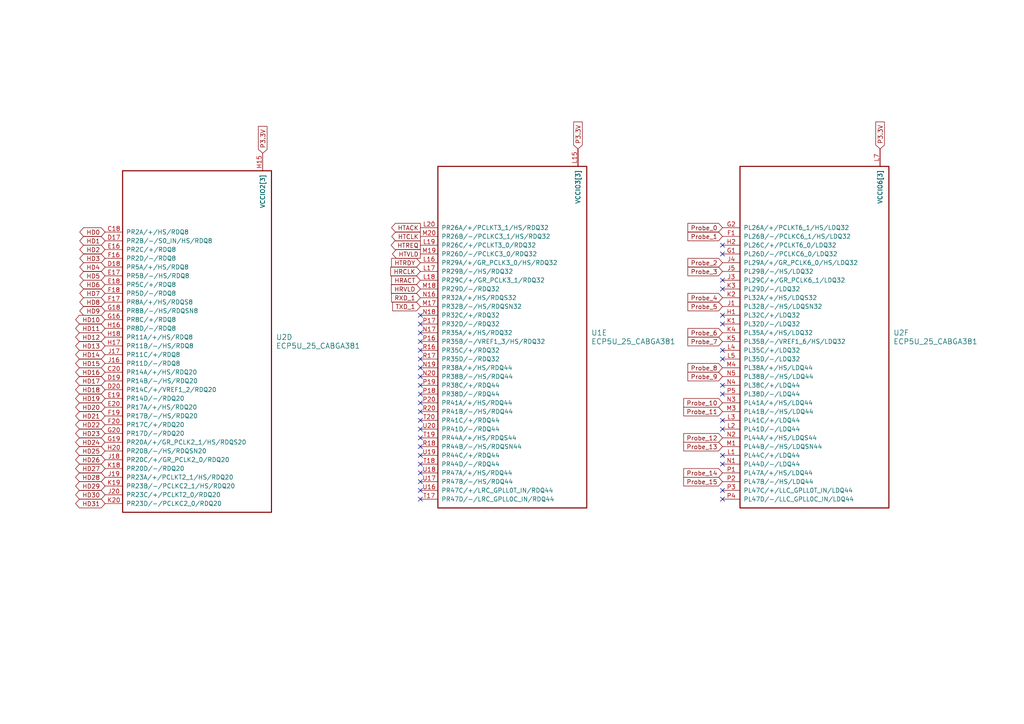
<source format=kicad_sch>
(kicad_sch (version 20231120) (generator "eeschema") (generator_version "8.0")
  (paper "A4")
  (title_block (title "HydraSucréLA"))
  (lib_symbols
    (symbol "Lattice_ECP5_FPGA:ECP5U_25_CABGA381" (pin_names (offset 1.016))
      (property "Reference" "U" (at 3.81 6.35 0))
      (property "Value" "ECP5U_25_CABGA381" (at 3.81 3.81 0))
      (symbol "ECP5U_25_CABGA381_1_1"
        (rectangle (start 5.08 17.78) (end 25.4 -96.52) (stroke (width 0.3048)))
        (pin no_connect line (at 0 -27.94 0) (length 5.08) (name "NC") (number "A15"))
        (pin power_in line (at 20.32 -101.6 90) (length 5.08) (name "GND[99]") (number "B14"))
        (pin power_in line (at 20.32 -101.6 90) (length 5.08) (name "GND[99]") (number "B7"))
        (pin power_in line (at 20.32 -101.6 90) (length 5.08) (name "GND[99]") (number "C19"))
        (pin no_connect line (at 0 -60.96 0) (length 5.08) (name "NC") (number "C9"))
        (pin no_connect line (at 0 -55.88 0) (length 5.08) (name "NC") (number "D10"))
        (pin power_in line (at 20.32 -101.6 90) (length 5.08) (name "GND[99]") (number "D4"))
        (pin no_connect line (at 0 -58.42 0) (length 5.08) (name "NC") (number "E10"))
        (pin power_in line (at 20.32 -101.6 90) (length 5.08) (name "GND[99]") (number "F13"))
        (pin power_in line (at 20.32 -101.6 90) (length 5.08) (name "GND[99]") (number "F14"))
        (pin power_in line (at 20.32 22.86 270) (length 5.08) (name "VCCAUX[4]") (number "F15"))
        (pin power_in line (at 20.32 22.86 270) (length 5.08) (name "VCCAUX[4]") (number "F6"))
        (pin power_in line (at 20.32 -101.6 90) (length 5.08) (name "GND[99]") (number "F7"))
        (pin power_in line (at 20.32 -101.6 90) (length 5.08) (name "GND[99]") (number "F8"))
        (pin power_in line (at 20.32 -101.6 90) (length 5.08) (name "GND[99]") (number "G10"))
        (pin power_in line (at 20.32 -101.6 90) (length 5.08) (name "GND[99]") (number "G11"))
        (pin power_in line (at 20.32 -101.6 90) (length 5.08) (name "GND[99]") (number "G12"))
        (pin power_in line (at 20.32 -101.6 90) (length 5.08) (name "GND[99]") (number "G13"))
        (pin power_in line (at 20.32 -101.6 90) (length 5.08) (name "GND[99]") (number "G14"))
        (pin power_in line (at 20.32 -101.6 90) (length 5.08) (name "GND[99]") (number "G15"))
        (pin power_in line (at 20.32 -101.6 90) (length 5.08) (name "GND[99]") (number "G17"))
        (pin power_in line (at 20.32 -101.6 90) (length 5.08) (name "GND[99]") (number "G4"))
        (pin power_in line (at 20.32 -101.6 90) (length 5.08) (name "GND[99]") (number "G6"))
        (pin power_in line (at 20.32 -101.6 90) (length 5.08) (name "GND[99]") (number "G7"))
        (pin power_in line (at 20.32 -101.6 90) (length 5.08) (name "GND[99]") (number "G8"))
        (pin power_in line (at 20.32 -101.6 90) (length 5.08) (name "GND[99]") (number "G9"))
        (pin power_in line (at 22.86 22.86 270) (length 5.08) (name "VCC[20]") (number "H10"))
        (pin power_in line (at 22.86 22.86 270) (length 5.08) (name "VCC[20]") (number "H11"))
        (pin power_in line (at 22.86 22.86 270) (length 5.08) (name "VCC[20]") (number "H12"))
        (pin power_in line (at 22.86 22.86 270) (length 5.08) (name "VCC[20]") (number "H13"))
        (pin power_in line (at 20.32 -101.6 90) (length 5.08) (name "GND[99]") (number "H19"))
        (pin power_in line (at 22.86 22.86 270) (length 5.08) (name "VCC[20]") (number "H8"))
        (pin power_in line (at 22.86 22.86 270) (length 5.08) (name "VCC[20]") (number "H9"))
        (pin power_in line (at 20.32 -101.6 90) (length 5.08) (name "GND[99]") (number "J10"))
        (pin power_in line (at 20.32 -101.6 90) (length 5.08) (name "GND[99]") (number "J11"))
        (pin power_in line (at 20.32 -101.6 90) (length 5.08) (name "GND[99]") (number "J12"))
        (pin power_in line (at 22.86 22.86 270) (length 5.08) (name "VCC[20]") (number "J13"))
        (pin power_in line (at 20.32 -101.6 90) (length 5.08) (name "GND[99]") (number "J14"))
        (pin power_in line (at 20.32 -101.6 90) (length 5.08) (name "GND[99]") (number "J2"))
        (pin power_in line (at 20.32 -101.6 90) (length 5.08) (name "GND[99]") (number "J7"))
        (pin power_in line (at 22.86 22.86 270) (length 5.08) (name "VCC[20]") (number "J8"))
        (pin power_in line (at 20.32 -101.6 90) (length 5.08) (name "GND[99]") (number "J9"))
        (pin power_in line (at 20.32 -101.6 90) (length 5.08) (name "GND[99]") (number "K10"))
        (pin power_in line (at 20.32 -101.6 90) (length 5.08) (name "GND[99]") (number "K11"))
        (pin power_in line (at 20.32 -101.6 90) (length 5.08) (name "GND[99]") (number "K12"))
        (pin power_in line (at 22.86 22.86 270) (length 5.08) (name "VCC[20]") (number "K13"))
        (pin power_in line (at 20.32 -101.6 90) (length 5.08) (name "GND[99]") (number "K14"))
        (pin power_in line (at 20.32 -101.6 90) (length 5.08) (name "GND[99]") (number "K15"))
        (pin no_connect line (at 0 -20.32 0) (length 5.08) (name "NC") (number "K16"))
        (pin no_connect line (at 0 -10.16 0) (length 5.08) (name "NC") (number "K17"))
        (pin power_in line (at 20.32 -101.6 90) (length 5.08) (name "GND[99]") (number "K6"))
        (pin power_in line (at 20.32 -101.6 90) (length 5.08) (name "GND[99]") (number "K7"))
        (pin power_in line (at 22.86 22.86 270) (length 5.08) (name "VCC[20]") (number "K8"))
        (pin power_in line (at 20.32 -101.6 90) (length 5.08) (name "GND[99]") (number "K9"))
        (pin power_in line (at 20.32 -101.6 90) (length 5.08) (name "GND[99]") (number "L10"))
        (pin power_in line (at 20.32 -101.6 90) (length 5.08) (name "GND[99]") (number "L11"))
        (pin power_in line (at 20.32 -101.6 90) (length 5.08) (name "GND[99]") (number "L12"))
        (pin power_in line (at 22.86 22.86 270) (length 5.08) (name "VCC[20]") (number "L13"))
        (pin power_in line (at 22.86 22.86 270) (length 5.08) (name "VCC[20]") (number "L8"))
        (pin power_in line (at 20.32 -101.6 90) (length 5.08) (name "GND[99]") (number "L9"))
        (pin power_in line (at 20.32 -101.6 90) (length 5.08) (name "GND[99]") (number "M10"))
        (pin power_in line (at 20.32 -101.6 90) (length 5.08) (name "GND[99]") (number "M11"))
        (pin power_in line (at 20.32 -101.6 90) (length 5.08) (name "GND[99]") (number "M12"))
        (pin power_in line (at 22.86 22.86 270) (length 5.08) (name "VCC[20]") (number "M13"))
        (pin power_in line (at 20.32 -101.6 90) (length 5.08) (name "GND[99]") (number "M14"))
        (pin power_in line (at 20.32 -101.6 90) (length 5.08) (name "GND[99]") (number "M16"))
        (pin power_in line (at 20.32 -101.6 90) (length 5.08) (name "GND[99]") (number "M2"))
        (pin no_connect line (at 0 -63.5 0) (length 5.08) (name "NC") (number "M5"))
        (pin power_in line (at 20.32 -101.6 90) (length 5.08) (name "GND[99]") (number "M7"))
        (pin power_in line (at 22.86 22.86 270) (length 5.08) (name "VCC[20]") (number "M8"))
        (pin power_in line (at 20.32 -101.6 90) (length 5.08) (name "GND[99]") (number "M9"))
        (pin power_in line (at 22.86 22.86 270) (length 5.08) (name "VCC[20]") (number "N10"))
        (pin power_in line (at 22.86 22.86 270) (length 5.08) (name "VCC[20]") (number "N11"))
        (pin power_in line (at 22.86 22.86 270) (length 5.08) (name "VCC[20]") (number "N12"))
        (pin power_in line (at 22.86 22.86 270) (length 5.08) (name "VCC[20]") (number "N13"))
        (pin power_in line (at 20.32 -101.6 90) (length 5.08) (name "GND[99]") (number "N14"))
        (pin power_in line (at 20.32 -101.6 90) (length 5.08) (name "GND[99]") (number "N15"))
        (pin power_in line (at 20.32 -101.6 90) (length 5.08) (name "GND[99]") (number "N6"))
        (pin power_in line (at 20.32 -101.6 90) (length 5.08) (name "GND[99]") (number "N7"))
        (pin power_in line (at 22.86 22.86 270) (length 5.08) (name "VCC[20]") (number "N8"))
        (pin power_in line (at 22.86 22.86 270) (length 5.08) (name "VCC[20]") (number "N9"))
        (pin power_in line (at 20.32 -101.6 90) (length 5.08) (name "GND[99]") (number "P11"))
        (pin power_in line (at 20.32 -101.6 90) (length 5.08) (name "GND[99]") (number "P12"))
        (pin power_in line (at 20.32 -101.6 90) (length 5.08) (name "GND[99]") (number "P13"))
        (pin power_in line (at 20.32 -101.6 90) (length 5.08) (name "GND[99]") (number "P14"))
        (pin power_in line (at 20.32 22.86 270) (length 5.08) (name "VCCAUX[4]") (number "P15"))
        (pin power_in line (at 20.32 22.86 270) (length 5.08) (name "VCCAUX[4]") (number "P6"))
        (pin power_in line (at 20.32 -101.6 90) (length 5.08) (name "GND[99]") (number "P7"))
        (pin power_in line (at 20.32 -101.6 90) (length 5.08) (name "GND[99]") (number "P8"))
        (pin power_in line (at 20.32 -101.6 90) (length 5.08) (name "GND[99]") (number "R19"))
        (pin power_in line (at 20.32 -101.6 90) (length 5.08) (name "GND[99]") (number "T10"))
        (pin no_connect line (at 0 -53.34 0) (length 5.08) (name "NC") (number "T11"))
        (pin no_connect line (at 0 -50.8 0) (length 5.08) (name "NC") (number "T12"))
        (pin no_connect line (at 0 -45.72 0) (length 5.08) (name "NC") (number "T13"))
        (pin no_connect line (at 0 -38.1 0) (length 5.08) (name "NC") (number "T14"))
        (pin no_connect line (at 0 -30.48 0) (length 5.08) (name "NC") (number "T15"))
        (pin no_connect line (at 0 -22.86 0) (length 5.08) (name "NC") (number "T16"))
        (pin power_in line (at 20.32 -101.6 90) (length 5.08) (name "GND[99]") (number "T6"))
        (pin power_in line (at 20.32 -101.6 90) (length 5.08) (name "GND[99]") (number "T7"))
        (pin power_in line (at 20.32 -101.6 90) (length 5.08) (name "GND[99]") (number "T8"))
        (pin power_in line (at 20.32 -101.6 90) (length 5.08) (name "GND[99]") (number "T9"))
        (pin power_in line (at 20.32 -101.6 90) (length 5.08) (name "GND[99]") (number "U10"))
        (pin power_in line (at 20.32 -101.6 90) (length 5.08) (name "GND[99]") (number "U11"))
        (pin power_in line (at 20.32 -101.6 90) (length 5.08) (name "GND[99]") (number "U12"))
        (pin power_in line (at 20.32 -101.6 90) (length 5.08) (name "GND[99]") (number "U13"))
        (pin power_in line (at 20.32 -101.6 90) (length 5.08) (name "GND[99]") (number "U14"))
        (pin no_connect line (at 0 -33.02 0) (length 5.08) (name "NC") (number "U15"))
        (pin power_in line (at 20.32 -101.6 90) (length 5.08) (name "GND[99]") (number "U6"))
        (pin power_in line (at 20.32 -101.6 90) (length 5.08) (name "GND[99]") (number "U7"))
        (pin power_in line (at 20.32 -101.6 90) (length 5.08) (name "GND[99]") (number "U8"))
        (pin power_in line (at 20.32 -101.6 90) (length 5.08) (name "GND[99]") (number "U9"))
        (pin power_in line (at 20.32 -101.6 90) (length 5.08) (name "GND[99]") (number "V10"))
        (pin power_in line (at 20.32 -101.6 90) (length 5.08) (name "GND[99]") (number "V11"))
        (pin power_in line (at 20.32 -101.6 90) (length 5.08) (name "GND[99]") (number "V12"))
        (pin power_in line (at 20.32 -101.6 90) (length 5.08) (name "GND[99]") (number "V13"))
        (pin power_in line (at 20.32 -101.6 90) (length 5.08) (name "GND[99]") (number "V14"))
        (pin power_in line (at 20.32 -101.6 90) (length 5.08) (name "GND[99]") (number "V15"))
        (pin power_in line (at 20.32 -101.6 90) (length 5.08) (name "GND[99]") (number "V16"))
        (pin no_connect line (at 0 -12.7 0) (length 5.08) (name "NC") (number "V17"))
        (pin no_connect line (at 0 -5.08 0) (length 5.08) (name "NC") (number "V18"))
        (pin power_in line (at 20.32 -101.6 90) (length 5.08) (name "GND[99]") (number "V19"))
        (pin power_in line (at 20.32 -101.6 90) (length 5.08) (name "GND[99]") (number "V20"))
        (pin power_in line (at 20.32 -101.6 90) (length 5.08) (name "GND[99]") (number "V5"))
        (pin power_in line (at 20.32 -101.6 90) (length 5.08) (name "GND[99]") (number "V6"))
        (pin power_in line (at 20.32 -101.6 90) (length 5.08) (name "GND[99]") (number "V7"))
        (pin power_in line (at 20.32 -101.6 90) (length 5.08) (name "GND[99]") (number "V8"))
        (pin power_in line (at 20.32 -101.6 90) (length 5.08) (name "GND[99]") (number "V9"))
        (pin no_connect line (at 0 -76.2 0) (length 5.08) (name "RESERVED") (number "W10"))
        (pin no_connect line (at 0 -78.74 0) (length 5.08) (name "RESERVED") (number "W11"))
        (pin power_in line (at 20.32 -101.6 90) (length 5.08) (name "GND[99]") (number "W12"))
        (pin no_connect line (at 0 -48.26 0) (length 5.08) (name "NC") (number "W13"))
        (pin no_connect line (at 0 -40.64 0) (length 5.08) (name "NC") (number "W14"))
        (pin power_in line (at 20.32 -101.6 90) (length 5.08) (name "GND[99]") (number "W15"))
        (pin power_in line (at 20.32 -101.6 90) (length 5.08) (name "GND[99]") (number "W16"))
        (pin no_connect line (at 0 -15.24 0) (length 5.08) (name "NC") (number "W17"))
        (pin no_connect line (at 0 -7.62 0) (length 5.08) (name "NC") (number "W18"))
        (pin power_in line (at 20.32 -101.6 90) (length 5.08) (name "GND[99]") (number "W19"))
        (pin no_connect line (at 0 0 0) (length 5.08) (name "NC") (number "W20"))
        (pin no_connect line (at 0 -66.04 0) (length 5.08) (name "RESERVED") (number "W4"))
        (pin no_connect line (at 0 -68.58 0) (length 5.08) (name "RESERVED") (number "W5"))
        (pin power_in line (at 20.32 -101.6 90) (length 5.08) (name "GND[99]") (number "W6"))
        (pin power_in line (at 20.32 -101.6 90) (length 5.08) (name "GND[99]") (number "W7"))
        (pin no_connect line (at 0 -71.12 0) (length 5.08) (name "RESERVED") (number "W8"))
        (pin no_connect line (at 0 -73.66 0) (length 5.08) (name "RESERVED") (number "W9"))
        (pin power_in line (at 20.32 -101.6 90) (length 5.08) (name "GND[99]") (number "Y11"))
        (pin power_in line (at 20.32 -101.6 90) (length 5.08) (name "GND[99]") (number "Y12"))
        (pin no_connect line (at 0 -43.18 0) (length 5.08) (name "NC") (number "Y14"))
        (pin no_connect line (at 0 -35.56 0) (length 5.08) (name "NC") (number "Y15"))
        (pin no_connect line (at 0 -25.4 0) (length 5.08) (name "NC") (number "Y16"))
        (pin no_connect line (at 0 -17.78 0) (length 5.08) (name "NC") (number "Y17"))
        (pin no_connect line (at 0 -2.54 0) (length 5.08) (name "NC") (number "Y19"))
        (pin power_in line (at 20.32 -101.6 90) (length 5.08) (name "GND[99]") (number "Y5"))
        (pin power_in line (at 20.32 -101.6 90) (length 5.08) (name "GND[99]") (number "Y6"))
        (pin power_in line (at 20.32 -101.6 90) (length 5.08) (name "GND[99]") (number "Y7"))
        (pin power_in line (at 20.32 -101.6 90) (length 5.08) (name "GND[99]") (number "Y8"))
      )
      (symbol "ECP5U_25_CABGA381_2_1"
        (rectangle (start 5.08 17.78) (end 35.56 -60.96) (stroke (width 0.3048)))
        (pin bidirectional line (at 0 -50.8 0) (length 5.08) (name "PT27A/+/PCLKT0_1") (number "A10"))
        (pin bidirectional line (at 0 -53.34 0) (length 5.08) (name "PT27B/-/PCLKC0_1") (number "A11"))
        (pin bidirectional line (at 0 0 0) (length 5.08) (name "PT4A/+") (number "A6"))
        (pin bidirectional line (at 0 -30.48 0) (length 5.08) (name "PT18A/+") (number "A7"))
        (pin bidirectional line (at 0 -33.02 0) (length 5.08) (name "PT18B/-") (number "A8"))
        (pin bidirectional line (at 0 -45.72 0) (length 5.08) (name "PT24A/+/GR_PCLK0_1") (number "A9"))
        (pin bidirectional line (at 0 -48.26 0) (length 5.08) (name "PT24B/-/GR_PCLK0_0") (number "B10"))
        (pin bidirectional line (at 0 -55.88 0) (length 5.08) (name "PT29A/+/PCLKT0_0") (number "B11"))
        (pin bidirectional line (at 0 -2.54 0) (length 5.08) (name "PT4B/-") (number "B6"))
        (pin bidirectional line (at 0 -27.94 0) (length 5.08) (name "PT15B/-") (number "B8"))
        (pin bidirectional line (at 0 -40.64 0) (length 5.08) (name "PT22A/+") (number "B9"))
        (pin bidirectional line (at 0 -43.18 0) (length 5.08) (name "PT22B/-") (number "C10"))
        (pin bidirectional line (at 0 -58.42 0) (length 5.08) (name "PT29B/-/PCLKC0_0") (number "C11"))
        (pin bidirectional line (at 0 -15.24 0) (length 5.08) (name "PT11A/+") (number "C6"))
        (pin bidirectional line (at 0 -17.78 0) (length 5.08) (name "PT11B/-") (number "C7"))
        (pin bidirectional line (at 0 -25.4 0) (length 5.08) (name "PT15A/+") (number "C8"))
        (pin bidirectional line (at 0 -7.62 0) (length 5.08) (name "PT6B/-") (number "D6"))
        (pin bidirectional line (at 0 -12.7 0) (length 5.08) (name "PT9B/-") (number "D7"))
        (pin bidirectional line (at 0 -22.86 0) (length 5.08) (name "PT13B/-") (number "D8"))
        (pin bidirectional line (at 0 -35.56 0) (length 5.08) (name "PT20A/+") (number "D9"))
        (pin bidirectional line (at 0 -5.08 0) (length 5.08) (name "PT6A/+") (number "E6"))
        (pin bidirectional line (at 0 -10.16 0) (length 5.08) (name "PT9A/+") (number "E7"))
        (pin bidirectional line (at 0 -20.32 0) (length 5.08) (name "PT13A/+") (number "E8"))
        (pin bidirectional line (at 0 -38.1 0) (length 5.08) (name "PT20B/-") (number "E9"))
        (pin power_in line (at 33.02 22.86 270) (length 5.08) (name "VCCIO0[2]") (number "F10"))
        (pin power_in line (at 33.02 22.86 270) (length 5.08) (name "VCCIO0[2]") (number "F9"))
      )
      (symbol "ECP5U_25_CABGA381_3_1"
        (rectangle (start 5.08 17.78) (end 35.56 -81.28) (stroke (width 0.3048)))
        (pin bidirectional line (at 0 -15.24 0) (length 5.08) (name "PT40A/+") (number "A12"))
        (pin bidirectional line (at 0 -17.78 0) (length 5.08) (name "PT40B/-") (number "A13"))
        (pin bidirectional line (at 0 -30.48 0) (length 5.08) (name "PT47A/+") (number "A14"))
        (pin bidirectional line (at 0 -50.8 0) (length 5.08) (name "PT56A/+") (number "A16"))
        (pin bidirectional line (at 0 -66.04 0) (length 5.08) (name "PT62A/+") (number "A17"))
        (pin bidirectional line (at 0 -71.12 0) (length 5.08) (name "PT65A/+") (number "A18"))
        (pin bidirectional line (at 0 -76.2 0) (length 5.08) (name "PT67A/+") (number "A19"))
        (pin bidirectional line (at 0 -5.08 0) (length 5.08) (name "PT35A/+/PCLKT1_0") (number "B12"))
        (pin bidirectional line (at 0 -20.32 0) (length 5.08) (name "PT42A/+") (number "B13"))
        (pin bidirectional line (at 0 -40.64 0) (length 5.08) (name "PT51A/+") (number "B15"))
        (pin bidirectional line (at 0 -53.34 0) (length 5.08) (name "PT56B/-") (number "B16"))
        (pin bidirectional line (at 0 -60.96 0) (length 5.08) (name "PT60A/+") (number "B17"))
        (pin bidirectional line (at 0 -68.58 0) (length 5.08) (name "PT62B/-") (number "B18"))
        (pin bidirectional line (at 0 -73.66 0) (length 5.08) (name "PT65B/-") (number "B19"))
        (pin bidirectional line (at 0 -78.74 0) (length 5.08) (name "PT67B/-") (number "B20"))
        (pin bidirectional line (at 0 -7.62 0) (length 5.08) (name "PT35B/-/PCLKC1_0") (number "C12"))
        (pin bidirectional line (at 0 -22.86 0) (length 5.08) (name "PT42B/-") (number "C13"))
        (pin bidirectional line (at 0 -33.02 0) (length 5.08) (name "PT47B/-") (number "C14"))
        (pin bidirectional line (at 0 -43.18 0) (length 5.08) (name "PT51B/-") (number "C15"))
        (pin bidirectional line (at 0 -55.88 0) (length 5.08) (name "PT58A/+") (number "C16"))
        (pin bidirectional line (at 0 -63.5 0) (length 5.08) (name "PT60B/-") (number "C17"))
        (pin bidirectional line (at 0 0 0) (length 5.08) (name "PT33A/+/PCLKT1_1") (number "D11"))
        (pin bidirectional line (at 0 -10.16 0) (length 5.08) (name "PT38A/+/GR_PCLK1_0") (number "D12"))
        (pin bidirectional line (at 0 -25.4 0) (length 5.08) (name "PT44A/+") (number "D13"))
        (pin bidirectional line (at 0 -35.56 0) (length 5.08) (name "PT49A/+") (number "D14"))
        (pin bidirectional line (at 0 -45.72 0) (length 5.08) (name "PT53A/+") (number "D15"))
        (pin bidirectional line (at 0 -58.42 0) (length 5.08) (name "PT58B/-") (number "D16"))
        (pin bidirectional line (at 0 -2.54 0) (length 5.08) (name "PT33B/-/PCLKC1_1") (number "E11"))
        (pin bidirectional line (at 0 -12.7 0) (length 5.08) (name "PT38B/-/GR_PCLK1_1") (number "E12"))
        (pin bidirectional line (at 0 -27.94 0) (length 5.08) (name "PT44B/-") (number "E13"))
        (pin bidirectional line (at 0 -38.1 0) (length 5.08) (name "PT49B/-") (number "E14"))
        (pin bidirectional line (at 0 -48.26 0) (length 5.08) (name "PT53B/-") (number "E15"))
        (pin power_in line (at 33.02 22.86 270) (length 5.08) (name "VCCIO1[2]") (number "F11"))
        (pin power_in line (at 33.02 22.86 270) (length 5.08) (name "VCCIO1[2]") (number "F12"))
      )
      (symbol "ECP5U_25_CABGA381_4_1"
        (rectangle (start 5.08 17.78) (end 48.26 -81.28) (stroke (width 0.3048)))
        (pin bidirectional line (at 0 0 0) (length 5.08) (name "PR2A/+/HS/RDQ8") (number "C18"))
        (pin bidirectional line (at 0 -40.64 0) (length 5.08) (name "PR14A/+/HS/RDQ20") (number "C20"))
        (pin bidirectional line (at 0 -2.54 0) (length 5.08) (name "PR2B/-/S0_IN/HS/RDQ8") (number "D17"))
        (pin bidirectional line (at 0 -10.16 0) (length 5.08) (name "PR5A/+/HS/RDQ8") (number "D18"))
        (pin bidirectional line (at 0 -43.18 0) (length 5.08) (name "PR14B/-/HS/RDQ20") (number "D19"))
        (pin bidirectional line (at 0 -45.72 0) (length 5.08) (name "PR14C/+/VREF1_2/RDQ20") (number "D20"))
        (pin bidirectional line (at 0 -5.08 0) (length 5.08) (name "PR2C/+/RDQ8") (number "E16"))
        (pin bidirectional line (at 0 -12.7 0) (length 5.08) (name "PR5B/-/HS/RDQ8") (number "E17"))
        (pin bidirectional line (at 0 -15.24 0) (length 5.08) (name "PR5C/+/RDQ8") (number "E18"))
        (pin bidirectional line (at 0 -48.26 0) (length 5.08) (name "PR14D/-/RDQ20") (number "E19"))
        (pin bidirectional line (at 0 -50.8 0) (length 5.08) (name "PR17A/+/HS/RDQ20") (number "E20"))
        (pin bidirectional line (at 0 -7.62 0) (length 5.08) (name "PR2D/-/RDQ8") (number "F16"))
        (pin bidirectional line (at 0 -20.32 0) (length 5.08) (name "PR8A/+/HS/RDQS8") (number "F17"))
        (pin bidirectional line (at 0 -17.78 0) (length 5.08) (name "PR5D/-/RDQ8") (number "F18"))
        (pin bidirectional line (at 0 -53.34 0) (length 5.08) (name "PR17B/-/HS/RDQ20") (number "F19"))
        (pin bidirectional line (at 0 -55.88 0) (length 5.08) (name "PR17C/+/RDQ20") (number "F20"))
        (pin bidirectional line (at 0 -25.4 0) (length 5.08) (name "PR8C/+/RDQ8") (number "G16"))
        (pin bidirectional line (at 0 -22.86 0) (length 5.08) (name "PR8B/-/HS/RDQSN8") (number "G18"))
        (pin bidirectional line (at 0 -60.96 0) (length 5.08) (name "PR20A/+/GR_PCLK2_1/HS/RDQS20") (number "G19"))
        (pin bidirectional line (at 0 -58.42 0) (length 5.08) (name "PR17D/-/RDQ20") (number "G20"))
        (pin power_in line (at 45.72 22.86 270) (length 5.08) (name "VCCIO2[3]") (number "H14"))
        (pin power_in line (at 45.72 22.86 270) (length 5.08) (name "VCCIO2[3]") (number "H15"))
        (pin bidirectional line (at 0 -27.94 0) (length 5.08) (name "PR8D/-/RDQ8") (number "H16"))
        (pin bidirectional line (at 0 -33.02 0) (length 5.08) (name "PR11B/-/HS/RDQ8") (number "H17"))
        (pin bidirectional line (at 0 -30.48 0) (length 5.08) (name "PR11A/+/HS/RDQ8") (number "H18"))
        (pin bidirectional line (at 0 -63.5 0) (length 5.08) (name "PR20B/-/HS/RDQSN20") (number "H20"))
        (pin power_in line (at 45.72 22.86 270) (length 5.08) (name "VCCIO2[3]") (number "J15"))
        (pin bidirectional line (at 0 -38.1 0) (length 5.08) (name "PR11D/-/RDQ8") (number "J16"))
        (pin bidirectional line (at 0 -35.56 0) (length 5.08) (name "PR11C/+/RDQ8") (number "J17"))
        (pin bidirectional line (at 0 -66.04 0) (length 5.08) (name "PR20C/+/GR_PCLK2_0/RDQ20") (number "J18"))
        (pin bidirectional line (at 0 -71.12 0) (length 5.08) (name "PR23A/+/PCLKT2_1/HS/RDQ20") (number "J19"))
        (pin bidirectional line (at 0 -76.2 0) (length 5.08) (name "PR23C/+/PCLKT2_0/RDQ20") (number "J20"))
        (pin bidirectional line (at 0 -68.58 0) (length 5.08) (name "PR20D/-/RDQ20") (number "K18"))
        (pin bidirectional line (at 0 -73.66 0) (length 5.08) (name "PR23B/-/PCLKC2_1/HS/RDQ20") (number "K19"))
        (pin bidirectional line (at 0 -78.74 0) (length 5.08) (name "PR23D/-/PCLKC2_0/RDQ20") (number "K20"))
      )
      (symbol "ECP5U_25_CABGA381_5_1"
        (rectangle (start 5.08 17.78) (end 48.26 -81.28) (stroke (width 0.3048)))
        (pin power_in line (at 45.72 22.86 270) (length 5.08) (name "VCCIO3[3]") (number "L14"))
        (pin power_in line (at 45.72 22.86 270) (length 5.08) (name "VCCIO3[3]") (number "L15"))
        (pin bidirectional line (at 0 -10.16 0) (length 5.08) (name "PR29A/+/GR_PCLK3_0/HS/RDQ32") (number "L16"))
        (pin bidirectional line (at 0 -12.7 0) (length 5.08) (name "PR29B/-/HS/RDQ32") (number "L17"))
        (pin bidirectional line (at 0 -15.24 0) (length 5.08) (name "PR29C/+/GR_PCLK3_1/RDQ32") (number "L18"))
        (pin bidirectional line (at 0 -5.08 0) (length 5.08) (name "PR26C/+/PCLKT3_0/RDQ32") (number "L19"))
        (pin bidirectional line (at 0 0 0) (length 5.08) (name "PR26A/+/PCLKT3_1/HS/RDQ32") (number "L20"))
        (pin power_in line (at 45.72 22.86 270) (length 5.08) (name "VCCIO3[3]") (number "M15"))
        (pin bidirectional line (at 0 -22.86 0) (length 5.08) (name "PR32B/-/HS/RDQSN32") (number "M17"))
        (pin bidirectional line (at 0 -17.78 0) (length 5.08) (name "PR29D/-/RDQ32") (number "M18"))
        (pin bidirectional line (at 0 -7.62 0) (length 5.08) (name "PR26D/-/PCLKC3_0/RDQ32") (number "M19"))
        (pin bidirectional line (at 0 -2.54 0) (length 5.08) (name "PR26B/-/PCLKC3_1/HS/RDQ32") (number "M20"))
        (pin bidirectional line (at 0 -20.32 0) (length 5.08) (name "PR32A/+/HS/RDQS32") (number "N16"))
        (pin bidirectional line (at 0 -30.48 0) (length 5.08) (name "PR35A/+/HS/RDQ32") (number "N17"))
        (pin bidirectional line (at 0 -25.4 0) (length 5.08) (name "PR32C/+/RDQ32") (number "N18"))
        (pin bidirectional line (at 0 -40.64 0) (length 5.08) (name "PR38A/+/HS/RDQ44") (number "N19"))
        (pin bidirectional line (at 0 -43.18 0) (length 5.08) (name "PR38B/-/HS/RDQ44") (number "N20"))
        (pin bidirectional line (at 0 -33.02 0) (length 5.08) (name "PR35B/-/VREF1_3/HS/RDQ32") (number "P16"))
        (pin bidirectional line (at 0 -27.94 0) (length 5.08) (name "PR32D/-/RDQ32") (number "P17"))
        (pin bidirectional line (at 0 -48.26 0) (length 5.08) (name "PR38D/-/RDQ44") (number "P18"))
        (pin bidirectional line (at 0 -45.72 0) (length 5.08) (name "PR38C/+/RDQ44") (number "P19"))
        (pin bidirectional line (at 0 -50.8 0) (length 5.08) (name "PR41A/+/HS/RDQ44") (number "P20"))
        (pin bidirectional line (at 0 -35.56 0) (length 5.08) (name "PR35C/+/RDQ32") (number "R16"))
        (pin bidirectional line (at 0 -38.1 0) (length 5.08) (name "PR35D/-/RDQ32") (number "R17"))
        (pin bidirectional line (at 0 -63.5 0) (length 5.08) (name "PR44B/-/HS/RDQSN44") (number "R18"))
        (pin bidirectional line (at 0 -53.34 0) (length 5.08) (name "PR41B/-/HS/RDQ44") (number "R20"))
        (pin bidirectional line (at 0 -78.74 0) (length 5.08) (name "PR47D/-/LRC_GPLL0C_IN/RDQ44") (number "T17"))
        (pin bidirectional line (at 0 -68.58 0) (length 5.08) (name "PR44D/-/RDQ44") (number "T18"))
        (pin bidirectional line (at 0 -60.96 0) (length 5.08) (name "PR44A/+/HS/RDQS44") (number "T19"))
        (pin bidirectional line (at 0 -55.88 0) (length 5.08) (name "PR41C/+/RDQ44") (number "T20"))
        (pin bidirectional line (at 0 -76.2 0) (length 5.08) (name "PR47C/+/LRC_GPLL0T_IN/RDQ44") (number "U16"))
        (pin bidirectional line (at 0 -73.66 0) (length 5.08) (name "PR47B/-/HS/RDQ44") (number "U17"))
        (pin bidirectional line (at 0 -71.12 0) (length 5.08) (name "PR47A/+/HS/RDQ44") (number "U18"))
        (pin bidirectional line (at 0 -66.04 0) (length 5.08) (name "PR44C/+/RDQ44") (number "U19"))
        (pin bidirectional line (at 0 -58.42 0) (length 5.08) (name "PR41D/-/RDQ44") (number "U20"))
      )
      (symbol "ECP5U_25_CABGA381_6_1"
        (rectangle (start 5.08 17.78) (end 48.26 -81.28) (stroke (width 0.3048)))
        (pin bidirectional line (at 0 -2.54 0) (length 5.08) (name "PL26B/-/PCLKC6_1/HS/LDQ32") (number "F1"))
        (pin bidirectional line (at 0 -7.62 0) (length 5.08) (name "PL26D/-/PCLKC6_0/LDQ32") (number "G1"))
        (pin bidirectional line (at 0 0 0) (length 5.08) (name "PL26A/+/PCLKT6_1/HS/LDQ32") (number "G2"))
        (pin bidirectional line (at 0 -25.4 0) (length 5.08) (name "PL32C/+/LDQ32") (number "H1"))
        (pin bidirectional line (at 0 -5.08 0) (length 5.08) (name "PL26C/+/PCLKT6_0/LDQ32") (number "H2"))
        (pin bidirectional line (at 0 -22.86 0) (length 5.08) (name "PL32B/-/HS/LDQSN32") (number "J1"))
        (pin bidirectional line (at 0 -15.24 0) (length 5.08) (name "PL29C/+/GR_PCLK6_1/LDQ32") (number "J3"))
        (pin bidirectional line (at 0 -10.16 0) (length 5.08) (name "PL29A/+/GR_PCLK6_0/HS/LDQ32") (number "J4"))
        (pin bidirectional line (at 0 -12.7 0) (length 5.08) (name "PL29B/-/HS/LDQ32") (number "J5"))
        (pin bidirectional line (at 0 -27.94 0) (length 5.08) (name "PL32D/-/LDQ32") (number "K1"))
        (pin bidirectional line (at 0 -20.32 0) (length 5.08) (name "PL32A/+/HS/LDQS32") (number "K2"))
        (pin bidirectional line (at 0 -17.78 0) (length 5.08) (name "PL29D/-/LDQ32") (number "K3"))
        (pin bidirectional line (at 0 -30.48 0) (length 5.08) (name "PL35A/+/HS/LDQ32") (number "K4"))
        (pin bidirectional line (at 0 -33.02 0) (length 5.08) (name "PL35B/-/VREF1_6/HS/LDQ32") (number "K5"))
        (pin bidirectional line (at 0 -66.04 0) (length 5.08) (name "PL44C/+/LDQ44") (number "L1"))
        (pin bidirectional line (at 0 -58.42 0) (length 5.08) (name "PL41D/-/LDQ44") (number "L2"))
        (pin bidirectional line (at 0 -55.88 0) (length 5.08) (name "PL41C/+/LDQ44") (number "L3"))
        (pin bidirectional line (at 0 -35.56 0) (length 5.08) (name "PL35C/+/LDQ32") (number "L4"))
        (pin bidirectional line (at 0 -38.1 0) (length 5.08) (name "PL35D/-/LDQ32") (number "L5"))
        (pin power_in line (at 45.72 22.86 270) (length 5.08) (name "VCCIO6[3]") (number "L6"))
        (pin power_in line (at 45.72 22.86 270) (length 5.08) (name "VCCIO6[3]") (number "L7"))
        (pin bidirectional line (at 0 -63.5 0) (length 5.08) (name "PL44B/-/HS/LDQSN44") (number "M1"))
        (pin bidirectional line (at 0 -53.34 0) (length 5.08) (name "PL41B/-/HS/LDQ44") (number "M3"))
        (pin bidirectional line (at 0 -40.64 0) (length 5.08) (name "PL38A/+/HS/LDQ44") (number "M4"))
        (pin power_in line (at 45.72 22.86 270) (length 5.08) (name "VCCIO6[3]") (number "M6"))
        (pin bidirectional line (at 0 -68.58 0) (length 5.08) (name "PL44D/-/LDQ44") (number "N1"))
        (pin bidirectional line (at 0 -60.96 0) (length 5.08) (name "PL44A/+/HS/LDQS44") (number "N2"))
        (pin bidirectional line (at 0 -50.8 0) (length 5.08) (name "PL41A/+/HS/LDQ44") (number "N3"))
        (pin bidirectional line (at 0 -45.72 0) (length 5.08) (name "PL38C/+/LDQ44") (number "N4"))
        (pin bidirectional line (at 0 -43.18 0) (length 5.08) (name "PL38B/-/HS/LDQ44") (number "N5"))
        (pin bidirectional line (at 0 -71.12 0) (length 5.08) (name "PL47A/+/HS/LDQ44") (number "P1"))
        (pin bidirectional line (at 0 -73.66 0) (length 5.08) (name "PL47B/-/HS/LDQ44") (number "P2"))
        (pin bidirectional line (at 0 -76.2 0) (length 5.08) (name "PL47C/+/LLC_GPLL0T_IN/LDQ44") (number "P3"))
        (pin bidirectional line (at 0 -78.74 0) (length 5.08) (name "PL47D/-/LLC_GPLL0C_IN/LDQ44") (number "P4"))
        (pin bidirectional line (at 0 -48.26 0) (length 5.08) (name "PL38D/-/LDQ44") (number "P5"))
      )
      (symbol "ECP5U_25_CABGA381_7_1"
        (rectangle (start 5.08 17.78) (end 48.26 -81.28) (stroke (width 0.3048)))
        (pin bidirectional line (at 0 -40.64 0) (length 5.08) (name "PL14A/+/HS/LDQ20") (number "A2"))
        (pin bidirectional line (at 0 -15.24 0) (length 5.08) (name "PL5C/+/LDQ8") (number "A3"))
        (pin bidirectional line (at 0 0 0) (length 5.08) (name "PL2A/+/HS/LDQ8") (number "A4"))
        (pin bidirectional line (at 0 -2.54 0) (length 5.08) (name "PL2B/-/HS/LDQ8") (number "A5"))
        (pin bidirectional line (at 0 -43.18 0) (length 5.08) (name "PL14B/-/HS/LDQ20") (number "B1"))
        (pin bidirectional line (at 0 -45.72 0) (length 5.08) (name "PL14C/+/VREF1_7/LDQ20") (number "B2"))
        (pin bidirectional line (at 0 -17.78 0) (length 5.08) (name "PL5D/-/LDQ8") (number "B3"))
        (pin bidirectional line (at 0 -12.7 0) (length 5.08) (name "PL5B/-/HS/LDQ8") (number "B4"))
        (pin bidirectional line (at 0 -5.08 0) (length 5.08) (name "PL2C/+/LDQ8") (number "B5"))
        (pin bidirectional line (at 0 -50.8 0) (length 5.08) (name "PL17A/+/HS/LDQ20") (number "C1"))
        (pin bidirectional line (at 0 -48.26 0) (length 5.08) (name "PL14D/-/LDQ20") (number "C2"))
        (pin bidirectional line (at 0 -25.4 0) (length 5.08) (name "PL8C/+/LDQ8") (number "C3"))
        (pin bidirectional line (at 0 -10.16 0) (length 5.08) (name "PL5A/+/HS/LDQ8") (number "C4"))
        (pin bidirectional line (at 0 -7.62 0) (length 5.08) (name "PL2D/-/LDQ8") (number "C5"))
        (pin bidirectional line (at 0 -53.34 0) (length 5.08) (name "PL17B/-/HS/LDQ20") (number "D1"))
        (pin bidirectional line (at 0 -55.88 0) (length 5.08) (name "PL17C/+/LDQ20") (number "D2"))
        (pin bidirectional line (at 0 -27.94 0) (length 5.08) (name "PL8D/-/LDQ8") (number "D3"))
        (pin bidirectional line (at 0 -22.86 0) (length 5.08) (name "PL8B/-/HS/LDQSN8") (number "D5"))
        (pin bidirectional line (at 0 -58.42 0) (length 5.08) (name "PL17D/-/LDQ20") (number "E1"))
        (pin bidirectional line (at 0 -78.74 0) (length 5.08) (name "PL23D/-/PCLKC7_0/LDQ20") (number "E2"))
        (pin bidirectional line (at 0 -33.02 0) (length 5.08) (name "PL11B/-/HS/LDQ8") (number "E3"))
        (pin bidirectional line (at 0 -20.32 0) (length 5.08) (name "PL8A/+/HS/LDQS8") (number "E4"))
        (pin bidirectional line (at 0 -35.56 0) (length 5.08) (name "PL11C/+/LDQ8") (number "E5"))
        (pin bidirectional line (at 0 -76.2 0) (length 5.08) (name "PL23C/+/PCLKT7_0/LDQ20") (number "F2"))
        (pin bidirectional line (at 0 -73.66 0) (length 5.08) (name "PL23B/-/PCLKC7_1/HS/LDQ20") (number "F3"))
        (pin bidirectional line (at 0 -30.48 0) (length 5.08) (name "PL11A/+/HS/LDQ8") (number "F4"))
        (pin bidirectional line (at 0 -38.1 0) (length 5.08) (name "PL11D/-/LDQ8") (number "F5"))
        (pin bidirectional line (at 0 -71.12 0) (length 5.08) (name "PL23A/+/PCLKT7_1/HS/LDQ20") (number "G3"))
        (pin bidirectional line (at 0 -63.5 0) (length 5.08) (name "PL20B/-/HS/LDQSN20") (number "G5"))
        (pin bidirectional line (at 0 -68.58 0) (length 5.08) (name "PL20D/-/LDQ20") (number "H3"))
        (pin bidirectional line (at 0 -60.96 0) (length 5.08) (name "PL20A/+/GR_PCLK7_1/HS/LDQS20") (number "H4"))
        (pin bidirectional line (at 0 -66.04 0) (length 5.08) (name "PL20C/+/GR_PCLK7_0/LDQ20") (number "H5"))
        (pin power_in line (at 45.72 22.86 270) (length 5.08) (name "VCCIO7[3]") (number "H6"))
        (pin power_in line (at 45.72 22.86 270) (length 5.08) (name "VCCIO7[3]") (number "H7"))
        (pin power_in line (at 45.72 22.86 270) (length 5.08) (name "VCCIO7[3]") (number "J6"))
      )
      (symbol "ECP5U_25_CABGA381_8_1"
        (rectangle (start 5.08 17.78) (end 53.34 -50.8) (stroke (width 0.3048)))
        (pin power_in line (at 50.8 22.86 270) (length 5.08) (name "VCCIO8[2]") (number "P10"))
        (pin power_in line (at 50.8 22.86 270) (length 5.08) (name "VCCIO8[2]") (number "P9"))
        (pin bidirectional line (at 0 -15.24 0) (length 5.08) (name "PB4A/+/D7/IO7") (number "R1"))
        (pin bidirectional line (at 0 -40.64 0) (length 5.08) (name "PB15A/+/HOLDN/DI/BUSY/CSSPIN/CEN") (number "R2"))
        (pin bidirectional line (at 0 -43.18 0) (length 5.08) (name "PB15B/-/DOUT/CSON") (number "R3"))
        (pin bidirectional line (at 0 -7.62 0) (length 5.08) (name "CFG_2") (number "R4"))
        (pin bidirectional line (at 0 -17.78 0) (length 5.08) (name "PB4B/-/D6/IO6") (number "T1"))
        (pin bidirectional line (at 0 -35.56 0) (length 5.08) (name "PB13A/+/SN/CSN") (number "T2"))
        (pin bidirectional line (at 0 -45.72 0) (length 5.08) (name "PB18A/WRITEN") (number "T3"))
        (pin bidirectional line (at 0 -5.08 0) (length 5.08) (name "CFG_1") (number "T4"))
        (pin bidirectional line (at 0 -20.32 0) (length 5.08) (name "PB6A/+/D5/MISO2/IO5") (number "U1"))
        (pin bidirectional line (at 0 -38.1 0) (length 5.08) (name "PB13B/-/CS1N") (number "U2"))
        (pin bidirectional line (at 0 0 0) (length 5.08) (name "CCLK/MCLK/SCK") (number "U3"))
        (pin bidirectional line (at 0 -2.54 0) (length 5.08) (name "CFG_0") (number "U4"))
        (pin bidirectional line (at 0 -22.86 0) (length 5.08) (name "PB6B/-/D4/MOSI2/IO4") (number "V1"))
        (pin bidirectional line (at 0 -30.48 0) (length 5.08) (name "PB11A/+/D1/MISO/IO1") (number "V2"))
        (pin bidirectional line (at 0 -12.7 0) (length 5.08) (name "INITN") (number "V3"))
        (pin bidirectional line (at 0 -25.4 0) (length 5.08) (name "PB9A/+/D3/IO3") (number "W1"))
        (pin bidirectional line (at 0 -33.02 0) (length 5.08) (name "PB11B/-/D0/MOSI/IO0") (number "W2"))
        (pin bidirectional line (at 0 -48.26 0) (length 5.08) (name "PROGRAMN") (number "W3"))
        (pin bidirectional line (at 0 -27.94 0) (length 5.08) (name "PB9B/-/D2/IO2") (number "Y2"))
        (pin bidirectional line (at 0 -10.16 0) (length 5.08) (name "DONE") (number "Y3"))
      )
      (symbol "ECP5U_25_CABGA381_9_1"
        (rectangle (start 5.08 2.54) (end 12.7 -10.16) (stroke (width 0.3048)))
        (pin bidirectional line (at 0 -2.54 0) (length 5.08) (name "TDI") (number "R5"))
        (pin bidirectional line (at 0 0 0) (length 5.08) (name "TCK") (number "T5"))
        (pin bidirectional line (at 0 -7.62 0) (length 5.08) (name "TMS") (number "U5"))
        (pin bidirectional line (at 0 -5.08 0) (length 5.08) (name "TDO") (number "V4"))
      )
    )
  )
  (no_connect (at 209.55 142.24))
  (no_connect (at 209.55 93.98))
  (no_connect (at 209.55 101.6))
  (no_connect (at 121.92 91.44))
  (no_connect (at 121.92 119.38))
  (no_connect (at 209.55 73.66))
  (no_connect (at 209.55 83.82))
  (no_connect (at 121.92 127))
  (no_connect (at 121.92 111.76))
  (no_connect (at 121.92 132.08))
  (no_connect (at 121.92 99.06))
  (no_connect (at 121.92 93.98))
  (no_connect (at 121.92 109.22))
  (no_connect (at 121.92 96.52))
  (no_connect (at 209.55 144.78))
  (no_connect (at 121.92 134.62))
  (no_connect (at 121.92 142.24))
  (no_connect (at 121.92 121.92))
  (no_connect (at 209.55 81.28))
  (no_connect (at 121.92 104.14))
  (no_connect (at 121.92 139.7))
  (no_connect (at 121.92 137.16))
  (no_connect (at 209.55 121.92))
  (no_connect (at 209.55 104.14))
  (no_connect (at 121.92 116.84))
  (no_connect (at 209.55 134.62))
  (no_connect (at 121.92 114.3))
  (no_connect (at 121.92 144.78))
  (no_connect (at 209.55 111.76))
  (no_connect (at 209.55 132.08))
  (no_connect (at 121.92 101.6))
  (no_connect (at 121.92 129.54))
  (no_connect (at 121.92 106.68))
  (no_connect (at 209.55 71.12))
  (no_connect (at 209.55 114.3))
  (no_connect (at 209.55 124.46))
  (no_connect (at 121.92 124.46))
  (no_connect (at 209.55 91.44))
  (global_label "Probe_11" (shape input) (at 209.55 119.38 180) (property "Intersheetrefs" "${INTERSHEET_REFS}" (effects (hide yes))))
  (global_label "HD26" (shape bidirectional) (at 30.48 133.35 180) (property "Intersheetrefs" "${INTERSHEET_REFS}" (effects (hide yes))))
  (global_label "HD21" (shape bidirectional) (at 30.48 120.65 180) (property "Intersheetrefs" "${INTERSHEET_REFS}" (effects (hide yes))))
  (global_label "HD15" (shape bidirectional) (at 30.48 105.41 180) (property "Intersheetrefs" "${INTERSHEET_REFS}" (effects (hide yes))))
  (global_label "HRVLD" (shape input) (at 121.92 83.82 180) (property "Intersheetrefs" "${INTERSHEET_REFS}" (effects (hide yes))))
  (global_label "Probe_5" (shape input) (at 209.55 88.9 180) (property "Intersheetrefs" "${INTERSHEET_REFS}" (effects (hide yes))))
  (global_label "Probe_3" (shape input) (at 209.55 78.74 180) (property "Intersheetrefs" "${INTERSHEET_REFS}" (effects (hide yes))))
  (global_label "HD12" (shape bidirectional) (at 30.48 97.79 180) (property "Intersheetrefs" "${INTERSHEET_REFS}" (effects (hide yes))))
  (global_label "HD17" (shape bidirectional) (at 30.48 110.49 180) (property "Intersheetrefs" "${INTERSHEET_REFS}" (effects (hide yes))))
  (global_label "HD9" (shape bidirectional) (at 30.48 90.17 180) (property "Intersheetrefs" "${INTERSHEET_REFS}" (effects (hide yes))))
  (global_label "Probe_10" (shape input) (at 209.55 116.84 180) (property "Intersheetrefs" "${INTERSHEET_REFS}" (effects (hide yes))))
  (global_label "HD18" (shape bidirectional) (at 30.48 113.03 180) (property "Intersheetrefs" "${INTERSHEET_REFS}" (effects (hide yes))))
  (global_label "P3.3V" (shape input) (at 167.64 43.18 90) (property "Intersheetrefs" "${INTERSHEET_REFS}" (effects (hide yes))))
  (global_label "TXD_1" (shape input) (at 121.92 88.9 180) (property "Intersheetrefs" "${INTERSHEET_REFS}" (effects (hide yes))))
  (global_label "HRCLK" (shape input) (at 121.92 78.74 180) (property "Intersheetrefs" "${INTERSHEET_REFS}" (effects (hide yes))))
  (global_label "HTVLD" (shape output) (at 121.92 73.66 180) (property "Intersheetrefs" "${INTERSHEET_REFS}" (effects (hide yes))))
  (global_label "HD20" (shape bidirectional) (at 30.48 118.11 180) (property "Intersheetrefs" "${INTERSHEET_REFS}" (effects (hide yes))))
  (global_label "HD0" (shape bidirectional) (at 30.48 67.31 180) (property "Intersheetrefs" "${INTERSHEET_REFS}" (effects (hide yes))))
  (global_label "P3.3V" (shape input) (at 76.2 44.45 90) (property "Intersheetrefs" "${INTERSHEET_REFS}" (effects (hide yes))))
  (global_label "Probe_8" (shape input) (at 209.55 106.68 180) (property "Intersheetrefs" "${INTERSHEET_REFS}" (effects (hide yes))))
  (global_label "Probe_15" (shape input) (at 209.55 139.7 180) (property "Intersheetrefs" "${INTERSHEET_REFS}" (effects (hide yes))))
  (global_label "HD6" (shape bidirectional) (at 30.48 82.55 180) (property "Intersheetrefs" "${INTERSHEET_REFS}" (effects (hide yes))))
  (global_label "HD30" (shape bidirectional) (at 30.48 143.51 180) (property "Intersheetrefs" "${INTERSHEET_REFS}" (effects (hide yes))))
  (global_label "HD25" (shape bidirectional) (at 30.48 130.81 180) (property "Intersheetrefs" "${INTERSHEET_REFS}" (effects (hide yes))))
  (global_label "HD11" (shape bidirectional) (at 30.48 95.25 180) (property "Intersheetrefs" "${INTERSHEET_REFS}" (effects (hide yes))))
  (global_label "HTREQ" (shape output) (at 121.92 71.12 180) (property "Intersheetrefs" "${INTERSHEET_REFS}" (effects (hide yes))))
  (global_label "Probe_0" (shape input) (at 209.55 66.04 180) (property "Intersheetrefs" "${INTERSHEET_REFS}" (effects (hide yes))))
  (global_label "HD23" (shape bidirectional) (at 30.48 125.73 180) (property "Intersheetrefs" "${INTERSHEET_REFS}" (effects (hide yes))))
  (global_label "HD27" (shape bidirectional) (at 30.48 135.89 180) (property "Intersheetrefs" "${INTERSHEET_REFS}" (effects (hide yes))))
  (global_label "HD24" (shape bidirectional) (at 30.48 128.27 180) (property "Intersheetrefs" "${INTERSHEET_REFS}" (effects (hide yes))))
  (global_label "HD14" (shape bidirectional) (at 30.48 102.87 180) (property "Intersheetrefs" "${INTERSHEET_REFS}" (effects (hide yes))))
  (global_label "HTRDY" (shape input) (at 121.92 76.2 180) (property "Intersheetrefs" "${INTERSHEET_REFS}" (effects (hide yes))))
  (global_label "HD8" (shape bidirectional) (at 30.48 87.63 180) (property "Intersheetrefs" "${INTERSHEET_REFS}" (effects (hide yes))))
  (global_label "Probe_6" (shape input) (at 209.55 96.52 180) (property "Intersheetrefs" "${INTERSHEET_REFS}" (effects (hide yes))))
  (global_label "HD31" (shape bidirectional) (at 30.48 146.05 180) (property "Intersheetrefs" "${INTERSHEET_REFS}" (effects (hide yes))))
  (global_label "HD7" (shape bidirectional) (at 30.48 85.09 180) (property "Intersheetrefs" "${INTERSHEET_REFS}" (effects (hide yes))))
  (global_label "HD2" (shape bidirectional) (at 30.48 72.39 180) (property "Intersheetrefs" "${INTERSHEET_REFS}" (effects (hide yes))))
  (global_label "HD22" (shape bidirectional) (at 30.48 123.19 180) (property "Intersheetrefs" "${INTERSHEET_REFS}" (effects (hide yes))))
  (global_label "Probe_2" (shape input) (at 209.55 76.2 180) (property "Intersheetrefs" "${INTERSHEET_REFS}" (effects (hide yes))))
  (global_label "HD13" (shape bidirectional) (at 30.48 100.33 180) (property "Intersheetrefs" "${INTERSHEET_REFS}" (effects (hide yes))))
  (global_label "RXD_1" (shape input) (at 121.92 86.36 180) (property "Intersheetrefs" "${INTERSHEET_REFS}" (effects (hide yes))))
  (global_label "Probe_4" (shape input) (at 209.55 86.36 180) (property "Intersheetrefs" "${INTERSHEET_REFS}" (effects (hide yes))))
  (global_label "HD29" (shape bidirectional) (at 30.48 140.97 180) (property "Intersheetrefs" "${INTERSHEET_REFS}" (effects (hide yes))))
  (global_label "Probe_14" (shape input) (at 209.55 137.16 180) (property "Intersheetrefs" "${INTERSHEET_REFS}" (effects (hide yes))))
  (global_label "HD28" (shape bidirectional) (at 30.48 138.43 180) (property "Intersheetrefs" "${INTERSHEET_REFS}" (effects (hide yes))))
  (global_label "HTCLK" (shape output) (at 121.92 68.58 180) (property "Intersheetrefs" "${INTERSHEET_REFS}" (effects (hide yes))))
  (global_label "HD19" (shape bidirectional) (at 30.48 115.57 180) (property "Intersheetrefs" "${INTERSHEET_REFS}" (effects (hide yes))))
  (global_label "Probe_7" (shape input) (at 209.55 99.06 180) (property "Intersheetrefs" "${INTERSHEET_REFS}" (effects (hide yes))))
  (global_label "HD5" (shape bidirectional) (at 30.48 80.01 180) (property "Intersheetrefs" "${INTERSHEET_REFS}" (effects (hide yes))))
  (global_label "HTACK" (shape output) (at 121.92 66.04 180) (property "Intersheetrefs" "${INTERSHEET_REFS}" (effects (hide yes))))
  (global_label "Probe_1" (shape input) (at 209.55 68.58 180) (property "Intersheetrefs" "${INTERSHEET_REFS}" (effects (hide yes))))
  (global_label "HD1" (shape bidirectional) (at 30.48 69.85 180) (property "Intersheetrefs" "${INTERSHEET_REFS}" (effects (hide yes))))
  (global_label "Probe_13" (shape input) (at 209.55 129.54 180) (property "Intersheetrefs" "${INTERSHEET_REFS}" (effects (hide yes))))
  (global_label "HRACT" (shape input) (at 121.92 81.28 180) (property "Intersheetrefs" "${INTERSHEET_REFS}" (effects (hide yes))))
  (global_label "Probe_12" (shape input) (at 209.55 127 180) (property "Intersheetrefs" "${INTERSHEET_REFS}" (effects (hide yes))))
  (global_label "P3.3V" (shape input) (at 255.27 43.18 90) (property "Intersheetrefs" "${INTERSHEET_REFS}" (effects (hide yes))))
  (global_label "HD3" (shape bidirectional) (at 30.48 74.93 180) (property "Intersheetrefs" "${INTERSHEET_REFS}" (effects (hide yes))))
  (global_label "HD4" (shape bidirectional) (at 30.48 77.47 180) (property "Intersheetrefs" "${INTERSHEET_REFS}" (effects (hide yes))))
  (global_label "HD16" (shape bidirectional) (at 30.48 107.95 180) (property "Intersheetrefs" "${INTERSHEET_REFS}" (effects (hide yes))))
  (global_label "HD10" (shape bidirectional) (at 30.48 92.71 180) (property "Intersheetrefs" "${INTERSHEET_REFS}" (effects (hide yes))))
  (global_label "Probe_9" (shape input) (at 209.55 109.22 180) (property "Intersheetrefs" "${INTERSHEET_REFS}" (effects (hide yes))))
  (symbol (lib_id "Lattice_ECP5_FPGA:ECP5U_25_CABGA381") (at 121.92 66.04 0) (unit 5)
    (property "Reference" "U1" (at 171.45 96.5199 0) (effects (font (size 1.524 1.524)) (justify left)))
    (property "Value" "ECP5U_25_CABGA381" (at 171.45 99.0599 0) (effects (font (size 1.524 1.524)) (justify left)))
    (property "Description" "ECP5U_25" (effects (hide yes)))
  )
  (symbol (lib_id "Lattice_ECP5_FPGA:ECP5U_25_CABGA381") (at 30.48 67.31 0) (unit 4)
    (property "Reference" "U2" (at 80.01 97.7899 0) (effects (font (size 1.524 1.524)) (justify left)))
    (property "Value" "ECP5U_25_CABGA381" (at 80.01 100.3299 0) (effects (font (size 1.524 1.524)) (justify left)))
    (property "Footprint" "Package_BGA:Lattice_caBGA-381_17.0x17.0mm_Layout20x20_P0.8mm_Ball0.4mm_Pad0.4mm_NSMD" (effects (hide yes)))
    (property "Description" "ECP5U_25" (effects (hide yes)))
  )
  (symbol (lib_id "Lattice_ECP5_FPGA:ECP5U_25_CABGA381") (at 209.55 66.04 0) (unit 6)
    (property "Reference" "U2" (at 259.08 96.5199 0) (effects (font (size 1.524 1.524)) (justify left)))
    (property "Value" "ECP5U_25_CABGA381" (at 259.08 99.0599 0) (effects (font (size 1.524 1.524)) (justify left)))
    (property "Footprint" "Package_BGA:Lattice_caBGA-381_17.0x17.0mm_Layout20x20_P0.8mm_Ball0.4mm_Pad0.4mm_NSMD" (effects (hide yes)))
    (property "Description" "ECP5U_25" (effects (hide yes)))
  )
)
</source>
